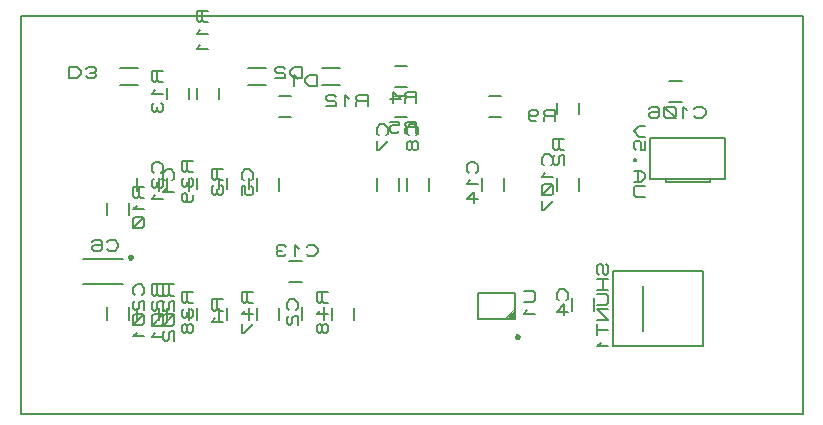
<source format=gbr>
G04 PROTEUS RS274X GERBER FILE*
%FSLAX45Y45*%
%MOMM*%
G01*
%ADD18C,0.203200*%
%ADD28C,0.200000*%
%ADD29C,0.250000*%
%ADD72C,0.100000*%
D18*
X-3108960Y+4765040D02*
X+3512000Y+4765040D01*
X+3512000Y+8128000D01*
X-3108960Y+8128000D01*
X-3108960Y+4765040D01*
D28*
X+957000Y+7276000D02*
X+857000Y+7276000D01*
X+957000Y+7456000D02*
X+857000Y+7456000D01*
D18*
X+1415000Y+7242480D02*
X+1415000Y+7333920D01*
X+1335625Y+7333920D01*
X+1319750Y+7318680D01*
X+1319750Y+7303440D01*
X+1335625Y+7288200D01*
X+1415000Y+7288200D01*
X+1335625Y+7288200D02*
X+1319750Y+7272960D01*
X+1319750Y+7242480D01*
X+1192750Y+7303440D02*
X+1208625Y+7288200D01*
X+1256250Y+7288200D01*
X+1272125Y+7303440D01*
X+1272125Y+7318680D01*
X+1256250Y+7333920D01*
X+1208625Y+7333920D01*
X+1192750Y+7318680D01*
X+1192750Y+7257720D01*
X+1208625Y+7242480D01*
X+1256250Y+7242480D01*
D28*
X-2376000Y+6445000D02*
X-2376000Y+6545000D01*
X-2196000Y+6445000D02*
X-2196000Y+6545000D01*
D18*
X-2064080Y+6685500D02*
X-2155520Y+6685500D01*
X-2155520Y+6606125D01*
X-2140280Y+6590250D01*
X-2125040Y+6590250D01*
X-2109800Y+6606125D01*
X-2109800Y+6685500D01*
X-2109800Y+6606125D02*
X-2094560Y+6590250D01*
X-2064080Y+6590250D01*
X-2125040Y+6526750D02*
X-2155520Y+6495000D01*
X-2064080Y+6495000D01*
X-2079320Y+6431500D02*
X-2140280Y+6431500D01*
X-2155520Y+6415625D01*
X-2155520Y+6352125D01*
X-2140280Y+6336250D01*
X-2079320Y+6336250D01*
X-2064080Y+6352125D01*
X-2064080Y+6415625D01*
X-2079320Y+6431500D01*
X-2064080Y+6431500D02*
X-2155520Y+6336250D01*
D29*
X-2168500Y+6089000D02*
X-2168543Y+6090039D01*
X-2168895Y+6092118D01*
X-2169632Y+6094197D01*
X-2170836Y+6096276D01*
X-2172677Y+6098326D01*
X-2174756Y+6099829D01*
X-2176835Y+6100786D01*
X-2178914Y+6101325D01*
X-2180993Y+6101500D01*
X-2181000Y+6101500D01*
X-2193500Y+6089000D02*
X-2193457Y+6090039D01*
X-2193105Y+6092118D01*
X-2192368Y+6094197D01*
X-2191164Y+6096276D01*
X-2189323Y+6098326D01*
X-2187244Y+6099829D01*
X-2185165Y+6100786D01*
X-2183086Y+6101325D01*
X-2181007Y+6101500D01*
X-2181000Y+6101500D01*
X-2193500Y+6089000D02*
X-2193457Y+6087961D01*
X-2193105Y+6085882D01*
X-2192368Y+6083803D01*
X-2191164Y+6081724D01*
X-2189323Y+6079674D01*
X-2187244Y+6078171D01*
X-2185165Y+6077214D01*
X-2183086Y+6076675D01*
X-2181007Y+6076500D01*
X-2181000Y+6076500D01*
X-2168500Y+6089000D02*
X-2168543Y+6087961D01*
X-2168895Y+6085882D01*
X-2169632Y+6083803D01*
X-2170836Y+6081724D01*
X-2172677Y+6079674D01*
X-2174756Y+6078171D01*
X-2176835Y+6077214D01*
X-2178914Y+6076675D01*
X-2180993Y+6076500D01*
X-2181000Y+6076500D01*
D28*
X-2246000Y+6071500D02*
X-2586000Y+6071500D01*
X-2246000Y+5866500D02*
X-2586000Y+5866500D01*
D18*
X-2378000Y+6159720D02*
X-2362125Y+6144480D01*
X-2314500Y+6144480D01*
X-2282750Y+6174960D01*
X-2282750Y+6205440D01*
X-2314500Y+6235920D01*
X-2362125Y+6235920D01*
X-2378000Y+6220680D01*
X-2505000Y+6220680D02*
X-2489125Y+6235920D01*
X-2441500Y+6235920D01*
X-2425625Y+6220680D01*
X-2425625Y+6159720D01*
X-2441500Y+6144480D01*
X-2489125Y+6144480D01*
X-2505000Y+6159720D01*
X-2505000Y+6174960D01*
X-2489125Y+6190200D01*
X-2425625Y+6190200D01*
D28*
X+344000Y+6763000D02*
X+344000Y+6653000D01*
X+164000Y+6763000D02*
X+164000Y+6653000D01*
D18*
X+235280Y+7120750D02*
X+250520Y+7136625D01*
X+250520Y+7184250D01*
X+220040Y+7216000D01*
X+189560Y+7216000D01*
X+159080Y+7184250D01*
X+159080Y+7136625D01*
X+174320Y+7120750D01*
X+204800Y+7057250D02*
X+189560Y+7073125D01*
X+174320Y+7073125D01*
X+159080Y+7057250D01*
X+159080Y+7009625D01*
X+174320Y+6993750D01*
X+189560Y+6993750D01*
X+204800Y+7009625D01*
X+204800Y+7057250D01*
X+220040Y+7073125D01*
X+235280Y+7073125D01*
X+250520Y+7057250D01*
X+250520Y+7009625D01*
X+235280Y+6993750D01*
X+220040Y+6993750D01*
X+204800Y+7009625D01*
D28*
X+90000Y+6763000D02*
X+90000Y+6653000D01*
X-90000Y+6763000D02*
X-90000Y+6653000D01*
D18*
X-18720Y+7120750D02*
X-3480Y+7136625D01*
X-3480Y+7184250D01*
X-33960Y+7216000D01*
X-64440Y+7216000D01*
X-94920Y+7184250D01*
X-94920Y+7136625D01*
X-79680Y+7120750D01*
X-94920Y+7073125D02*
X-94920Y+6993750D01*
X-79680Y+6993750D01*
X-3480Y+7073125D01*
D28*
X-2122000Y+6653000D02*
X-2122000Y+6763000D01*
X-1942000Y+6653000D02*
X-1942000Y+6763000D01*
D18*
X-1825320Y+6739750D02*
X-1810080Y+6755625D01*
X-1810080Y+6803250D01*
X-1840560Y+6835000D01*
X-1871040Y+6835000D01*
X-1901520Y+6803250D01*
X-1901520Y+6755625D01*
X-1886280Y+6739750D01*
X-1871040Y+6676250D02*
X-1901520Y+6644500D01*
X-1810080Y+6644500D01*
D28*
X+1434000Y+7298000D02*
X+1434000Y+7398000D01*
X+1614000Y+7298000D02*
X+1614000Y+7398000D01*
D18*
X+1491920Y+7094000D02*
X+1400480Y+7094000D01*
X+1400480Y+7014625D01*
X+1415720Y+6998750D01*
X+1430960Y+6998750D01*
X+1446200Y+7014625D01*
X+1446200Y+7094000D01*
X+1446200Y+7014625D02*
X+1461440Y+6998750D01*
X+1491920Y+6998750D01*
X+1415720Y+6951125D02*
X+1400480Y+6935250D01*
X+1400480Y+6887625D01*
X+1415720Y+6871750D01*
X+1430960Y+6871750D01*
X+1446200Y+6887625D01*
X+1446200Y+6935250D01*
X+1461440Y+6951125D01*
X+1491920Y+6951125D01*
X+1491920Y+6871750D01*
D28*
X-1434000Y+7525000D02*
X-1434000Y+7425000D01*
X-1614000Y+7525000D02*
X-1614000Y+7425000D01*
D18*
X-1527480Y+8173500D02*
X-1618920Y+8173500D01*
X-1618920Y+8094125D01*
X-1603680Y+8078250D01*
X-1588440Y+8078250D01*
X-1573200Y+8094125D01*
X-1573200Y+8173500D01*
X-1573200Y+8094125D02*
X-1557960Y+8078250D01*
X-1527480Y+8078250D01*
X-1588440Y+8014750D02*
X-1618920Y+7983000D01*
X-1527480Y+7983000D01*
X-1588440Y+7887750D02*
X-1618920Y+7856000D01*
X-1527480Y+7856000D01*
D28*
X-821000Y+7276000D02*
X-921000Y+7276000D01*
X-821000Y+7456000D02*
X-921000Y+7456000D01*
D18*
X-172500Y+7369480D02*
X-172500Y+7460920D01*
X-251875Y+7460920D01*
X-267750Y+7445680D01*
X-267750Y+7430440D01*
X-251875Y+7415200D01*
X-172500Y+7415200D01*
X-251875Y+7415200D02*
X-267750Y+7399960D01*
X-267750Y+7369480D01*
X-331250Y+7430440D02*
X-363000Y+7460920D01*
X-363000Y+7369480D01*
X-442375Y+7445680D02*
X-458250Y+7460920D01*
X-505875Y+7460920D01*
X-521750Y+7445680D01*
X-521750Y+7430440D01*
X-505875Y+7415200D01*
X-458250Y+7415200D01*
X-442375Y+7399960D01*
X-442375Y+7369480D01*
X-521750Y+7369480D01*
D28*
X-1688000Y+7525000D02*
X-1688000Y+7425000D01*
X-1868000Y+7525000D02*
X-1868000Y+7425000D01*
D18*
X-1908480Y+7665500D02*
X-1999920Y+7665500D01*
X-1999920Y+7586125D01*
X-1984680Y+7570250D01*
X-1969440Y+7570250D01*
X-1954200Y+7586125D01*
X-1954200Y+7665500D01*
X-1954200Y+7586125D02*
X-1938960Y+7570250D01*
X-1908480Y+7570250D01*
X-1969440Y+7506750D02*
X-1999920Y+7475000D01*
X-1908480Y+7475000D01*
X-1984680Y+7395625D02*
X-1999920Y+7379750D01*
X-1999920Y+7332125D01*
X-1984680Y+7316250D01*
X-1969440Y+7316250D01*
X-1954200Y+7332125D01*
X-1938960Y+7316250D01*
X-1923720Y+7316250D01*
X-1908480Y+7332125D01*
X-1908480Y+7379750D01*
X-1923720Y+7395625D01*
X-1954200Y+7363875D02*
X-1954200Y+7332125D01*
X-1186180Y+7546340D02*
X-1033780Y+7546340D01*
X-1183640Y+7693660D02*
X-1033780Y+7693660D01*
X-604520Y+7541260D02*
X-604520Y+7632700D01*
X-668020Y+7632700D01*
X-699770Y+7602220D01*
X-699770Y+7571740D01*
X-668020Y+7541260D01*
X-604520Y+7541260D01*
X-763270Y+7602220D02*
X-795020Y+7632700D01*
X-795020Y+7541260D01*
X-403860Y+7693660D02*
X-556260Y+7693660D01*
X-406400Y+7546340D02*
X-556260Y+7546340D01*
X-731520Y+7607300D02*
X-731520Y+7698740D01*
X-795020Y+7698740D01*
X-826770Y+7668260D01*
X-826770Y+7637780D01*
X-795020Y+7607300D01*
X-731520Y+7607300D01*
X-874395Y+7683500D02*
X-890270Y+7698740D01*
X-937895Y+7698740D01*
X-953770Y+7683500D01*
X-953770Y+7668260D01*
X-937895Y+7653020D01*
X-890270Y+7653020D01*
X-874395Y+7637780D01*
X-874395Y+7607300D01*
X-953770Y+7607300D01*
X-2115820Y+7693660D02*
X-2268220Y+7693660D01*
X-2118360Y+7546340D02*
X-2268220Y+7546340D01*
X-2697480Y+7698740D02*
X-2697480Y+7607300D01*
X-2633980Y+7607300D01*
X-2602230Y+7637780D01*
X-2602230Y+7668260D01*
X-2633980Y+7698740D01*
X-2697480Y+7698740D01*
X-2554605Y+7622540D02*
X-2538730Y+7607300D01*
X-2491105Y+7607300D01*
X-2475230Y+7622540D01*
X-2475230Y+7637780D01*
X-2491105Y+7653020D01*
X-2475230Y+7668260D01*
X-2475230Y+7683500D01*
X-2491105Y+7698740D01*
X-2538730Y+7698740D01*
X-2554605Y+7683500D01*
X-2522855Y+7653020D02*
X-2491105Y+7653020D01*
X+2214880Y+7096760D02*
X+2854960Y+7096760D01*
X+2854960Y+6748780D01*
X+2214880Y+6748780D01*
X+2214880Y+7094220D01*
X+2349500Y+6748780D02*
X+2349500Y+6728460D01*
X+2727960Y+6728460D01*
X+2727960Y+6746240D01*
X+2174240Y+6601460D02*
X+2098040Y+6601460D01*
X+2082800Y+6617335D01*
X+2082800Y+6680835D01*
X+2098040Y+6696710D01*
X+2174240Y+6696710D01*
X+2082800Y+6728460D02*
X+2143760Y+6728460D01*
X+2174240Y+6760210D01*
X+2174240Y+6791960D01*
X+2143760Y+6823710D01*
X+2082800Y+6823710D01*
X+2113280Y+6728460D02*
X+2113280Y+6823710D01*
X+2098040Y+6903085D02*
X+2098040Y+6918960D01*
X+2082800Y+6918960D01*
X+2082800Y+6903085D01*
X+2098040Y+6903085D01*
X+2174240Y+7077710D02*
X+2174240Y+6998335D01*
X+2143760Y+6998335D01*
X+2143760Y+7061835D01*
X+2128520Y+7077710D01*
X+2098040Y+7077710D01*
X+2082800Y+7061835D01*
X+2082800Y+7014210D01*
X+2098040Y+6998335D01*
X+2174240Y+7109460D02*
X+2128520Y+7109460D01*
X+2082800Y+7157085D01*
X+2128520Y+7204710D01*
X+2174240Y+7204710D01*
D28*
X+2381000Y+7583000D02*
X+2491000Y+7583000D01*
X+2381000Y+7403000D02*
X+2491000Y+7403000D01*
D18*
X+2594750Y+7286320D02*
X+2610625Y+7271080D01*
X+2658250Y+7271080D01*
X+2690000Y+7301560D01*
X+2690000Y+7332040D01*
X+2658250Y+7362520D01*
X+2610625Y+7362520D01*
X+2594750Y+7347280D01*
X+2531250Y+7332040D02*
X+2499500Y+7362520D01*
X+2499500Y+7271080D01*
X+2436000Y+7286320D02*
X+2436000Y+7347280D01*
X+2420125Y+7362520D01*
X+2356625Y+7362520D01*
X+2340750Y+7347280D01*
X+2340750Y+7286320D01*
X+2356625Y+7271080D01*
X+2420125Y+7271080D01*
X+2436000Y+7286320D01*
X+2436000Y+7271080D02*
X+2340750Y+7362520D01*
X+2213750Y+7347280D02*
X+2229625Y+7362520D01*
X+2277250Y+7362520D01*
X+2293125Y+7347280D01*
X+2293125Y+7286320D01*
X+2277250Y+7271080D01*
X+2229625Y+7271080D01*
X+2213750Y+7286320D01*
X+2213750Y+7301560D01*
X+2229625Y+7316800D01*
X+2293125Y+7316800D01*
D28*
X+1614000Y+6763000D02*
X+1614000Y+6653000D01*
X+1434000Y+6763000D02*
X+1434000Y+6653000D01*
D18*
X+1378280Y+6866750D02*
X+1393520Y+6882625D01*
X+1393520Y+6930250D01*
X+1363040Y+6962000D01*
X+1332560Y+6962000D01*
X+1302080Y+6930250D01*
X+1302080Y+6882625D01*
X+1317320Y+6866750D01*
X+1332560Y+6803250D02*
X+1302080Y+6771500D01*
X+1393520Y+6771500D01*
X+1378280Y+6708000D02*
X+1317320Y+6708000D01*
X+1302080Y+6692125D01*
X+1302080Y+6628625D01*
X+1317320Y+6612750D01*
X+1378280Y+6612750D01*
X+1393520Y+6628625D01*
X+1393520Y+6692125D01*
X+1378280Y+6708000D01*
X+1393520Y+6708000D02*
X+1302080Y+6612750D01*
X+1302080Y+6565125D02*
X+1302080Y+6485750D01*
X+1317320Y+6485750D01*
X+1393520Y+6565125D01*
D28*
X-1688000Y+5656000D02*
X-1688000Y+5556000D01*
X-1868000Y+5656000D02*
X-1868000Y+5556000D01*
D18*
X-1908480Y+5860000D02*
X-1999920Y+5860000D01*
X-1999920Y+5780625D01*
X-1984680Y+5764750D01*
X-1969440Y+5764750D01*
X-1954200Y+5780625D01*
X-1954200Y+5860000D01*
X-1954200Y+5780625D02*
X-1938960Y+5764750D01*
X-1908480Y+5764750D01*
X-1984680Y+5717125D02*
X-1999920Y+5701250D01*
X-1999920Y+5653625D01*
X-1984680Y+5637750D01*
X-1969440Y+5637750D01*
X-1954200Y+5653625D01*
X-1954200Y+5701250D01*
X-1938960Y+5717125D01*
X-1908480Y+5717125D01*
X-1908480Y+5637750D01*
X-1923720Y+5606000D02*
X-1984680Y+5606000D01*
X-1999920Y+5590125D01*
X-1999920Y+5526625D01*
X-1984680Y+5510750D01*
X-1923720Y+5510750D01*
X-1908480Y+5526625D01*
X-1908480Y+5590125D01*
X-1923720Y+5606000D01*
X-1908480Y+5606000D02*
X-1999920Y+5510750D01*
X-1969440Y+5447250D02*
X-1999920Y+5415500D01*
X-1908480Y+5415500D01*
D28*
X-2122000Y+5556000D02*
X-2122000Y+5656000D01*
X-1942000Y+5556000D02*
X-1942000Y+5656000D01*
D18*
X-1810080Y+5860000D02*
X-1901520Y+5860000D01*
X-1901520Y+5780625D01*
X-1886280Y+5764750D01*
X-1871040Y+5764750D01*
X-1855800Y+5780625D01*
X-1855800Y+5860000D01*
X-1855800Y+5780625D02*
X-1840560Y+5764750D01*
X-1810080Y+5764750D01*
X-1886280Y+5717125D02*
X-1901520Y+5701250D01*
X-1901520Y+5653625D01*
X-1886280Y+5637750D01*
X-1871040Y+5637750D01*
X-1855800Y+5653625D01*
X-1855800Y+5701250D01*
X-1840560Y+5717125D01*
X-1810080Y+5717125D01*
X-1810080Y+5637750D01*
X-1825320Y+5606000D02*
X-1886280Y+5606000D01*
X-1901520Y+5590125D01*
X-1901520Y+5526625D01*
X-1886280Y+5510750D01*
X-1825320Y+5510750D01*
X-1810080Y+5526625D01*
X-1810080Y+5590125D01*
X-1825320Y+5606000D01*
X-1810080Y+5606000D02*
X-1901520Y+5510750D01*
X-1886280Y+5463125D02*
X-1901520Y+5447250D01*
X-1901520Y+5399625D01*
X-1886280Y+5383750D01*
X-1871040Y+5383750D01*
X-1855800Y+5399625D01*
X-1855800Y+5447250D01*
X-1840560Y+5463125D01*
X-1810080Y+5463125D01*
X-1810080Y+5383750D01*
D28*
X-2376000Y+5556000D02*
X-2376000Y+5666000D01*
X-2196000Y+5556000D02*
X-2196000Y+5666000D01*
D18*
X-2079320Y+5769750D02*
X-2064080Y+5785625D01*
X-2064080Y+5833250D01*
X-2094560Y+5865000D01*
X-2125040Y+5865000D01*
X-2155520Y+5833250D01*
X-2155520Y+5785625D01*
X-2140280Y+5769750D01*
X-2140280Y+5722125D02*
X-2155520Y+5706250D01*
X-2155520Y+5658625D01*
X-2140280Y+5642750D01*
X-2125040Y+5642750D01*
X-2109800Y+5658625D01*
X-2109800Y+5706250D01*
X-2094560Y+5722125D01*
X-2064080Y+5722125D01*
X-2064080Y+5642750D01*
X-2079320Y+5611000D02*
X-2140280Y+5611000D01*
X-2155520Y+5595125D01*
X-2155520Y+5531625D01*
X-2140280Y+5515750D01*
X-2079320Y+5515750D01*
X-2064080Y+5531625D01*
X-2064080Y+5595125D01*
X-2079320Y+5611000D01*
X-2064080Y+5611000D02*
X-2155520Y+5515750D01*
X-2125040Y+5452250D02*
X-2155520Y+5420500D01*
X-2064080Y+5420500D01*
D28*
X+59000Y+7710000D02*
X+159000Y+7710000D01*
X+59000Y+7530000D02*
X+159000Y+7530000D01*
D18*
X+236000Y+7398080D02*
X+236000Y+7489520D01*
X+156625Y+7489520D01*
X+140750Y+7474280D01*
X+140750Y+7459040D01*
X+156625Y+7443800D01*
X+236000Y+7443800D01*
X+156625Y+7443800D02*
X+140750Y+7428560D01*
X+140750Y+7398080D01*
X+13750Y+7428560D02*
X+109000Y+7428560D01*
X+45500Y+7489520D01*
X+45500Y+7398080D01*
D28*
X+59000Y+7456000D02*
X+159000Y+7456000D01*
X+59000Y+7276000D02*
X+159000Y+7276000D01*
D18*
X+236000Y+7144080D02*
X+236000Y+7235520D01*
X+156625Y+7235520D01*
X+140750Y+7220280D01*
X+140750Y+7205040D01*
X+156625Y+7189800D01*
X+236000Y+7189800D01*
X+156625Y+7189800D02*
X+140750Y+7174560D01*
X+140750Y+7144080D01*
X+13750Y+7235520D02*
X+93125Y+7235520D01*
X+93125Y+7205040D01*
X+29625Y+7205040D01*
X+13750Y+7189800D01*
X+13750Y+7159320D01*
X+29625Y+7144080D01*
X+77250Y+7144080D01*
X+93125Y+7159320D01*
D28*
X-1434000Y+5656000D02*
X-1434000Y+5556000D01*
X-1614000Y+5656000D02*
X-1614000Y+5556000D01*
D18*
X-1654480Y+5796500D02*
X-1745920Y+5796500D01*
X-1745920Y+5717125D01*
X-1730680Y+5701250D01*
X-1715440Y+5701250D01*
X-1700200Y+5717125D01*
X-1700200Y+5796500D01*
X-1700200Y+5717125D02*
X-1684960Y+5701250D01*
X-1654480Y+5701250D01*
X-1730680Y+5653625D02*
X-1745920Y+5637750D01*
X-1745920Y+5590125D01*
X-1730680Y+5574250D01*
X-1715440Y+5574250D01*
X-1700200Y+5590125D01*
X-1684960Y+5574250D01*
X-1669720Y+5574250D01*
X-1654480Y+5590125D01*
X-1654480Y+5637750D01*
X-1669720Y+5653625D01*
X-1700200Y+5621875D02*
X-1700200Y+5590125D01*
X-1700200Y+5510750D02*
X-1715440Y+5526625D01*
X-1730680Y+5526625D01*
X-1745920Y+5510750D01*
X-1745920Y+5463125D01*
X-1730680Y+5447250D01*
X-1715440Y+5447250D01*
X-1700200Y+5463125D01*
X-1700200Y+5510750D01*
X-1684960Y+5526625D01*
X-1669720Y+5526625D01*
X-1654480Y+5510750D01*
X-1654480Y+5463125D01*
X-1669720Y+5447250D01*
X-1684960Y+5447250D01*
X-1700200Y+5463125D01*
D28*
X-1434000Y+6763000D02*
X-1434000Y+6663000D01*
X-1614000Y+6763000D02*
X-1614000Y+6663000D01*
D18*
X-1654480Y+6903500D02*
X-1745920Y+6903500D01*
X-1745920Y+6824125D01*
X-1730680Y+6808250D01*
X-1715440Y+6808250D01*
X-1700200Y+6824125D01*
X-1700200Y+6903500D01*
X-1700200Y+6824125D02*
X-1684960Y+6808250D01*
X-1654480Y+6808250D01*
X-1730680Y+6760625D02*
X-1745920Y+6744750D01*
X-1745920Y+6697125D01*
X-1730680Y+6681250D01*
X-1715440Y+6681250D01*
X-1700200Y+6697125D01*
X-1684960Y+6681250D01*
X-1669720Y+6681250D01*
X-1654480Y+6697125D01*
X-1654480Y+6744750D01*
X-1669720Y+6760625D01*
X-1700200Y+6728875D02*
X-1700200Y+6697125D01*
X-1715440Y+6554250D02*
X-1700200Y+6570125D01*
X-1700200Y+6617750D01*
X-1715440Y+6633625D01*
X-1730680Y+6633625D01*
X-1745920Y+6617750D01*
X-1745920Y+6570125D01*
X-1730680Y+6554250D01*
X-1669720Y+6554250D01*
X-1654480Y+6570125D01*
X-1654480Y+6617750D01*
D28*
X-1688000Y+6763000D02*
X-1688000Y+6653000D01*
X-1868000Y+6763000D02*
X-1868000Y+6653000D01*
D18*
X-1923720Y+6803250D02*
X-1908480Y+6819125D01*
X-1908480Y+6866750D01*
X-1938960Y+6898500D01*
X-1969440Y+6898500D01*
X-1999920Y+6866750D01*
X-1999920Y+6819125D01*
X-1984680Y+6803250D01*
X-1984680Y+6755625D02*
X-1999920Y+6739750D01*
X-1999920Y+6692125D01*
X-1984680Y+6676250D01*
X-1969440Y+6676250D01*
X-1954200Y+6692125D01*
X-1938960Y+6676250D01*
X-1923720Y+6676250D01*
X-1908480Y+6692125D01*
X-1908480Y+6739750D01*
X-1923720Y+6755625D01*
X-1954200Y+6723875D02*
X-1954200Y+6692125D01*
X-1969440Y+6612750D02*
X-1999920Y+6581000D01*
X-1908480Y+6581000D01*
D28*
X-926000Y+5656000D02*
X-926000Y+5556000D01*
X-1106000Y+5656000D02*
X-1106000Y+5556000D01*
D18*
X-1146480Y+5796500D02*
X-1237920Y+5796500D01*
X-1237920Y+5717125D01*
X-1222680Y+5701250D01*
X-1207440Y+5701250D01*
X-1192200Y+5717125D01*
X-1192200Y+5796500D01*
X-1192200Y+5717125D02*
X-1176960Y+5701250D01*
X-1146480Y+5701250D01*
X-1207440Y+5637750D02*
X-1237920Y+5606000D01*
X-1146480Y+5606000D01*
X-1237920Y+5526625D02*
X-1237920Y+5447250D01*
X-1222680Y+5447250D01*
X-1146480Y+5526625D01*
D28*
X-291000Y+5656000D02*
X-291000Y+5556000D01*
X-471000Y+5656000D02*
X-471000Y+5556000D01*
D18*
X-511480Y+5796500D02*
X-602920Y+5796500D01*
X-602920Y+5717125D01*
X-587680Y+5701250D01*
X-572440Y+5701250D01*
X-557200Y+5717125D01*
X-557200Y+5796500D01*
X-557200Y+5717125D02*
X-541960Y+5701250D01*
X-511480Y+5701250D01*
X-572440Y+5637750D02*
X-602920Y+5606000D01*
X-511480Y+5606000D01*
X-557200Y+5510750D02*
X-572440Y+5526625D01*
X-587680Y+5526625D01*
X-602920Y+5510750D01*
X-602920Y+5463125D01*
X-587680Y+5447250D01*
X-572440Y+5447250D01*
X-557200Y+5463125D01*
X-557200Y+5510750D01*
X-541960Y+5526625D01*
X-526720Y+5526625D01*
X-511480Y+5510750D01*
X-511480Y+5463125D01*
X-526720Y+5447250D01*
X-541960Y+5447250D01*
X-557200Y+5463125D01*
D28*
X-926000Y+6763000D02*
X-926000Y+6653000D01*
X-1106000Y+6763000D02*
X-1106000Y+6653000D01*
D18*
X-1161720Y+6739750D02*
X-1146480Y+6755625D01*
X-1146480Y+6803250D01*
X-1176960Y+6835000D01*
X-1207440Y+6835000D01*
X-1237920Y+6803250D01*
X-1237920Y+6755625D01*
X-1222680Y+6739750D01*
X-1237920Y+6612750D02*
X-1237920Y+6692125D01*
X-1207440Y+6692125D01*
X-1207440Y+6628625D01*
X-1192200Y+6612750D01*
X-1161720Y+6612750D01*
X-1146480Y+6628625D01*
X-1146480Y+6676250D01*
X-1161720Y+6692125D01*
D28*
X-1180000Y+5656000D02*
X-1180000Y+5556000D01*
X-1360000Y+5656000D02*
X-1360000Y+5556000D01*
D18*
X-1400480Y+5733000D02*
X-1491920Y+5733000D01*
X-1491920Y+5653625D01*
X-1476680Y+5637750D01*
X-1461440Y+5637750D01*
X-1446200Y+5653625D01*
X-1446200Y+5733000D01*
X-1446200Y+5653625D02*
X-1430960Y+5637750D01*
X-1400480Y+5637750D01*
X-1461440Y+5574250D02*
X-1491920Y+5542500D01*
X-1400480Y+5542500D01*
D28*
X-1180000Y+6763000D02*
X-1180000Y+6663000D01*
X-1360000Y+6763000D02*
X-1360000Y+6663000D01*
D18*
X-1400480Y+6840000D02*
X-1491920Y+6840000D01*
X-1491920Y+6760625D01*
X-1476680Y+6744750D01*
X-1461440Y+6744750D01*
X-1446200Y+6760625D01*
X-1446200Y+6840000D01*
X-1446200Y+6760625D02*
X-1430960Y+6744750D01*
X-1400480Y+6744750D01*
X-1476680Y+6697125D02*
X-1491920Y+6681250D01*
X-1491920Y+6633625D01*
X-1476680Y+6617750D01*
X-1461440Y+6617750D01*
X-1446200Y+6633625D01*
X-1430960Y+6617750D01*
X-1415720Y+6617750D01*
X-1400480Y+6633625D01*
X-1400480Y+6681250D01*
X-1415720Y+6697125D01*
X-1446200Y+6665375D02*
X-1446200Y+6633625D01*
X+1905000Y+5334000D02*
X+2667000Y+5334000D01*
X+2667000Y+5969000D01*
X+1905000Y+5969000D01*
X+1905000Y+5334000D01*
X+2159000Y+5842000D02*
X+2159000Y+5461000D01*
X+1849120Y+6032500D02*
X+1864360Y+6016625D01*
X+1864360Y+5953125D01*
X+1849120Y+5937250D01*
X+1833880Y+5937250D01*
X+1818640Y+5953125D01*
X+1818640Y+6016625D01*
X+1803400Y+6032500D01*
X+1788160Y+6032500D01*
X+1772920Y+6016625D01*
X+1772920Y+5953125D01*
X+1788160Y+5937250D01*
X+1864360Y+5905500D02*
X+1772920Y+5905500D01*
X+1772920Y+5810250D02*
X+1864360Y+5810250D01*
X+1818640Y+5905500D02*
X+1818640Y+5810250D01*
X+1772920Y+5778500D02*
X+1849120Y+5778500D01*
X+1864360Y+5762625D01*
X+1864360Y+5699125D01*
X+1849120Y+5683250D01*
X+1772920Y+5683250D01*
X+1864360Y+5651500D02*
X+1772920Y+5651500D01*
X+1864360Y+5556250D01*
X+1772920Y+5556250D01*
X+1772920Y+5524500D02*
X+1772920Y+5429250D01*
X+1772920Y+5476875D02*
X+1864360Y+5476875D01*
X+1803400Y+5365750D02*
X+1772920Y+5334000D01*
X+1864360Y+5334000D01*
D29*
X+1106000Y+5416000D02*
X+1105957Y+5417039D01*
X+1105605Y+5419118D01*
X+1104868Y+5421197D01*
X+1103664Y+5423276D01*
X+1101823Y+5425326D01*
X+1099744Y+5426829D01*
X+1097665Y+5427786D01*
X+1095586Y+5428325D01*
X+1093507Y+5428500D01*
X+1093500Y+5428500D01*
X+1081000Y+5416000D02*
X+1081043Y+5417039D01*
X+1081395Y+5419118D01*
X+1082132Y+5421197D01*
X+1083336Y+5423276D01*
X+1085177Y+5425326D01*
X+1087256Y+5426829D01*
X+1089335Y+5427786D01*
X+1091414Y+5428325D01*
X+1093493Y+5428500D01*
X+1093500Y+5428500D01*
X+1081000Y+5416000D02*
X+1081043Y+5414961D01*
X+1081395Y+5412882D01*
X+1082132Y+5410803D01*
X+1083336Y+5408724D01*
X+1085177Y+5406674D01*
X+1087256Y+5405171D01*
X+1089335Y+5404214D01*
X+1091414Y+5403675D01*
X+1093493Y+5403500D01*
X+1093500Y+5403500D01*
X+1106000Y+5416000D02*
X+1105957Y+5414961D01*
X+1105605Y+5412882D01*
X+1104868Y+5410803D01*
X+1103664Y+5408724D01*
X+1101823Y+5406674D01*
X+1099744Y+5405171D01*
X+1097665Y+5404214D01*
X+1095586Y+5403675D01*
X+1093507Y+5403500D01*
X+1093500Y+5403500D01*
D28*
X+763500Y+5566000D02*
X+763500Y+5786000D01*
X+1073500Y+5786000D01*
X+1073500Y+5566000D01*
X+763500Y+5566000D01*
D72*
X+1063500Y+5566000D02*
X+1073500Y+5576000D01*
X+1053500Y+5566000D02*
X+1073500Y+5586000D01*
X+1043500Y+5566000D02*
X+1073500Y+5596000D01*
X+1033500Y+5566000D02*
X+1073500Y+5606000D01*
X+1023500Y+5566000D02*
X+1073500Y+5616000D01*
X+1013500Y+5566000D02*
X+1073500Y+5626000D01*
X+1003500Y+5566000D02*
X+1073500Y+5636000D01*
X+993500Y+5566000D02*
X+1073500Y+5646000D01*
X+983500Y+5566000D02*
X+1073500Y+5656000D01*
D18*
X+1148980Y+5803000D02*
X+1225180Y+5803000D01*
X+1240420Y+5787125D01*
X+1240420Y+5723625D01*
X+1225180Y+5707750D01*
X+1148980Y+5707750D01*
X+1179460Y+5644250D02*
X+1148980Y+5612500D01*
X+1240420Y+5612500D01*
D28*
X-545000Y+5666000D02*
X-545000Y+5556000D01*
X-725000Y+5666000D02*
X-725000Y+5556000D01*
D18*
X-780720Y+5642750D02*
X-765480Y+5658625D01*
X-765480Y+5706250D01*
X-795960Y+5738000D01*
X-826440Y+5738000D01*
X-856920Y+5706250D01*
X-856920Y+5658625D01*
X-841680Y+5642750D01*
X-841680Y+5595125D02*
X-856920Y+5579250D01*
X-856920Y+5531625D01*
X-841680Y+5515750D01*
X-826440Y+5515750D01*
X-811200Y+5531625D01*
X-811200Y+5579250D01*
X-795960Y+5595125D01*
X-765480Y+5595125D01*
X-765480Y+5515750D01*
D28*
X+1741000Y+5747000D02*
X+1741000Y+5637000D01*
X+1561000Y+5747000D02*
X+1561000Y+5637000D01*
D18*
X+1505280Y+5723750D02*
X+1520520Y+5739625D01*
X+1520520Y+5787250D01*
X+1490040Y+5819000D01*
X+1459560Y+5819000D01*
X+1429080Y+5787250D01*
X+1429080Y+5739625D01*
X+1444320Y+5723750D01*
X+1490040Y+5596750D02*
X+1490040Y+5692000D01*
X+1429080Y+5628500D01*
X+1520520Y+5628500D01*
D28*
X-730000Y+5879000D02*
X-840000Y+5879000D01*
X-730000Y+6059000D02*
X-840000Y+6059000D01*
D18*
X-689750Y+6114720D02*
X-673875Y+6099480D01*
X-626250Y+6099480D01*
X-594500Y+6129960D01*
X-594500Y+6160440D01*
X-626250Y+6190920D01*
X-673875Y+6190920D01*
X-689750Y+6175680D01*
X-753250Y+6160440D02*
X-785000Y+6190920D01*
X-785000Y+6099480D01*
X-864375Y+6175680D02*
X-880250Y+6190920D01*
X-927875Y+6190920D01*
X-943750Y+6175680D01*
X-943750Y+6160440D01*
X-927875Y+6145200D01*
X-943750Y+6129960D01*
X-943750Y+6114720D01*
X-927875Y+6099480D01*
X-880250Y+6099480D01*
X-864375Y+6114720D01*
X-896125Y+6145200D02*
X-927875Y+6145200D01*
D28*
X+979000Y+6763000D02*
X+979000Y+6653000D01*
X+799000Y+6763000D02*
X+799000Y+6653000D01*
D18*
X+743280Y+6803250D02*
X+758520Y+6819125D01*
X+758520Y+6866750D01*
X+728040Y+6898500D01*
X+697560Y+6898500D01*
X+667080Y+6866750D01*
X+667080Y+6819125D01*
X+682320Y+6803250D01*
X+697560Y+6739750D02*
X+667080Y+6708000D01*
X+758520Y+6708000D01*
X+728040Y+6549250D02*
X+728040Y+6644500D01*
X+667080Y+6581000D01*
X+758520Y+6581000D01*
M02*

</source>
